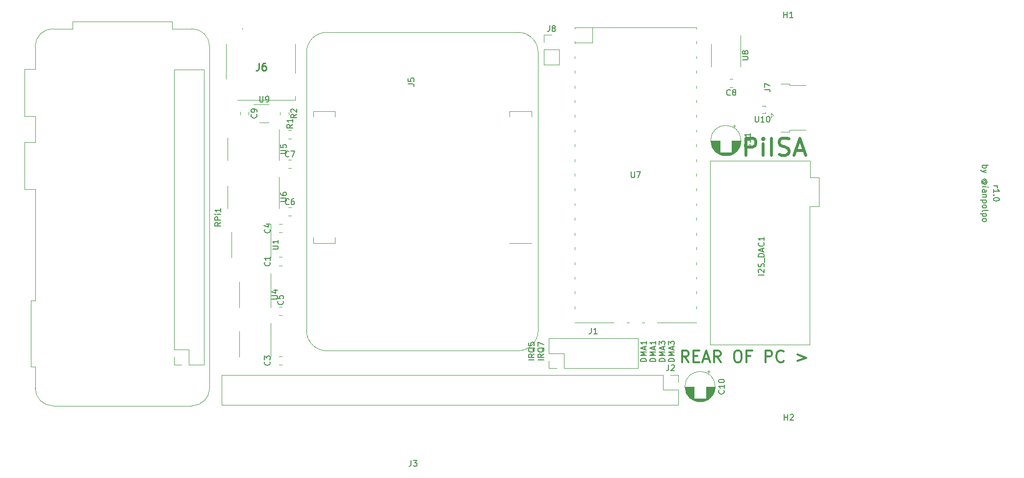
<source format=gbr>
G04 #@! TF.GenerationSoftware,KiCad,Pcbnew,(6.0.5-0)*
G04 #@! TF.CreationDate,2022-07-12T21:34:34-06:00*
G04 #@! TF.ProjectId,PiGUS,50694755-532e-46b6-9963-61645f706362,rev?*
G04 #@! TF.SameCoordinates,Original*
G04 #@! TF.FileFunction,Legend,Top*
G04 #@! TF.FilePolarity,Positive*
%FSLAX46Y46*%
G04 Gerber Fmt 4.6, Leading zero omitted, Abs format (unit mm)*
G04 Created by KiCad (PCBNEW (6.0.5-0)) date 2022-07-12 21:34:34*
%MOMM*%
%LPD*%
G01*
G04 APERTURE LIST*
%ADD10C,0.500000*%
%ADD11C,0.150000*%
%ADD12C,0.330000*%
%ADD13C,0.254000*%
%ADD14C,0.120000*%
%ADD15C,0.100000*%
G04 APERTURE END LIST*
D10*
X208271428Y-84257142D02*
X208271428Y-81257142D01*
X209414285Y-81257142D01*
X209700000Y-81400000D01*
X209842857Y-81542857D01*
X209985714Y-81828571D01*
X209985714Y-82257142D01*
X209842857Y-82542857D01*
X209700000Y-82685714D01*
X209414285Y-82828571D01*
X208271428Y-82828571D01*
X211271428Y-84257142D02*
X211271428Y-82257142D01*
X211271428Y-81257142D02*
X211128571Y-81400000D01*
X211271428Y-81542857D01*
X211414285Y-81400000D01*
X211271428Y-81257142D01*
X211271428Y-81542857D01*
X212700000Y-84257142D02*
X212700000Y-81257142D01*
X213985714Y-84114285D02*
X214414285Y-84257142D01*
X215128571Y-84257142D01*
X215414285Y-84114285D01*
X215557142Y-83971428D01*
X215700000Y-83685714D01*
X215700000Y-83400000D01*
X215557142Y-83114285D01*
X215414285Y-82971428D01*
X215128571Y-82828571D01*
X214557142Y-82685714D01*
X214271428Y-82542857D01*
X214128571Y-82400000D01*
X213985714Y-82114285D01*
X213985714Y-81828571D01*
X214128571Y-81542857D01*
X214271428Y-81400000D01*
X214557142Y-81257142D01*
X215271428Y-81257142D01*
X215700000Y-81400000D01*
X216842857Y-83400000D02*
X218271428Y-83400000D01*
X216557142Y-84257142D02*
X217557142Y-81257142D01*
X218557142Y-84257142D01*
D11*
X251007619Y-89543095D02*
X251674285Y-89543095D01*
X251483809Y-89543095D02*
X251579047Y-89590714D01*
X251626666Y-89638333D01*
X251674285Y-89733571D01*
X251674285Y-89828809D01*
X251007619Y-90685952D02*
X251007619Y-90114523D01*
X251007619Y-90400238D02*
X252007619Y-90400238D01*
X251864761Y-90305000D01*
X251769523Y-90209761D01*
X251721904Y-90114523D01*
X251102857Y-91114523D02*
X251055238Y-91162142D01*
X251007619Y-91114523D01*
X251055238Y-91066904D01*
X251102857Y-91114523D01*
X251007619Y-91114523D01*
X252007619Y-91781190D02*
X252007619Y-91876428D01*
X251960000Y-91971666D01*
X251912380Y-92019285D01*
X251817142Y-92066904D01*
X251626666Y-92114523D01*
X251388571Y-92114523D01*
X251198095Y-92066904D01*
X251102857Y-92019285D01*
X251055238Y-91971666D01*
X251007619Y-91876428D01*
X251007619Y-91781190D01*
X251055238Y-91685952D01*
X251102857Y-91638333D01*
X251198095Y-91590714D01*
X251388571Y-91543095D01*
X251626666Y-91543095D01*
X251817142Y-91590714D01*
X251912380Y-91638333D01*
X251960000Y-91685952D01*
X252007619Y-91781190D01*
X191077380Y-119843095D02*
X190077380Y-119843095D01*
X190077380Y-119605000D01*
X190125000Y-119462142D01*
X190220238Y-119366904D01*
X190315476Y-119319285D01*
X190505952Y-119271666D01*
X190648809Y-119271666D01*
X190839285Y-119319285D01*
X190934523Y-119366904D01*
X191029761Y-119462142D01*
X191077380Y-119605000D01*
X191077380Y-119843095D01*
X191077380Y-118843095D02*
X190077380Y-118843095D01*
X190791666Y-118509761D01*
X190077380Y-118176428D01*
X191077380Y-118176428D01*
X190791666Y-117747857D02*
X190791666Y-117271666D01*
X191077380Y-117843095D02*
X190077380Y-117509761D01*
X191077380Y-117176428D01*
X191077380Y-116319285D02*
X191077380Y-116890714D01*
X191077380Y-116605000D02*
X190077380Y-116605000D01*
X190220238Y-116700238D01*
X190315476Y-116795476D01*
X190363095Y-116890714D01*
X192687380Y-119843095D02*
X191687380Y-119843095D01*
X191687380Y-119605000D01*
X191735000Y-119462142D01*
X191830238Y-119366904D01*
X191925476Y-119319285D01*
X192115952Y-119271666D01*
X192258809Y-119271666D01*
X192449285Y-119319285D01*
X192544523Y-119366904D01*
X192639761Y-119462142D01*
X192687380Y-119605000D01*
X192687380Y-119843095D01*
X192687380Y-118843095D02*
X191687380Y-118843095D01*
X192401666Y-118509761D01*
X191687380Y-118176428D01*
X192687380Y-118176428D01*
X192401666Y-117747857D02*
X192401666Y-117271666D01*
X192687380Y-117843095D02*
X191687380Y-117509761D01*
X192687380Y-117176428D01*
X192687380Y-116319285D02*
X192687380Y-116890714D01*
X192687380Y-116605000D02*
X191687380Y-116605000D01*
X191830238Y-116700238D01*
X191925476Y-116795476D01*
X191973095Y-116890714D01*
X194297380Y-119843095D02*
X193297380Y-119843095D01*
X193297380Y-119605000D01*
X193345000Y-119462142D01*
X193440238Y-119366904D01*
X193535476Y-119319285D01*
X193725952Y-119271666D01*
X193868809Y-119271666D01*
X194059285Y-119319285D01*
X194154523Y-119366904D01*
X194249761Y-119462142D01*
X194297380Y-119605000D01*
X194297380Y-119843095D01*
X194297380Y-118843095D02*
X193297380Y-118843095D01*
X194011666Y-118509761D01*
X193297380Y-118176428D01*
X194297380Y-118176428D01*
X194011666Y-117747857D02*
X194011666Y-117271666D01*
X194297380Y-117843095D02*
X193297380Y-117509761D01*
X194297380Y-117176428D01*
X193297380Y-116938333D02*
X193297380Y-116319285D01*
X193678333Y-116652619D01*
X193678333Y-116509761D01*
X193725952Y-116414523D01*
X193773571Y-116366904D01*
X193868809Y-116319285D01*
X194106904Y-116319285D01*
X194202142Y-116366904D01*
X194249761Y-116414523D01*
X194297380Y-116509761D01*
X194297380Y-116795476D01*
X194249761Y-116890714D01*
X194202142Y-116938333D01*
X195907380Y-119843095D02*
X194907380Y-119843095D01*
X194907380Y-119605000D01*
X194955000Y-119462142D01*
X195050238Y-119366904D01*
X195145476Y-119319285D01*
X195335952Y-119271666D01*
X195478809Y-119271666D01*
X195669285Y-119319285D01*
X195764523Y-119366904D01*
X195859761Y-119462142D01*
X195907380Y-119605000D01*
X195907380Y-119843095D01*
X195907380Y-118843095D02*
X194907380Y-118843095D01*
X195621666Y-118509761D01*
X194907380Y-118176428D01*
X195907380Y-118176428D01*
X195621666Y-117747857D02*
X195621666Y-117271666D01*
X195907380Y-117843095D02*
X194907380Y-117509761D01*
X195907380Y-117176428D01*
X194907380Y-116938333D02*
X194907380Y-116319285D01*
X195288333Y-116652619D01*
X195288333Y-116509761D01*
X195335952Y-116414523D01*
X195383571Y-116366904D01*
X195478809Y-116319285D01*
X195716904Y-116319285D01*
X195812142Y-116366904D01*
X195859761Y-116414523D01*
X195907380Y-116509761D01*
X195907380Y-116795476D01*
X195859761Y-116890714D01*
X195812142Y-116938333D01*
X171732380Y-119605000D02*
X170732380Y-119605000D01*
X171732380Y-118557380D02*
X171256190Y-118890714D01*
X171732380Y-119128809D02*
X170732380Y-119128809D01*
X170732380Y-118747857D01*
X170780000Y-118652619D01*
X170827619Y-118605000D01*
X170922857Y-118557380D01*
X171065714Y-118557380D01*
X171160952Y-118605000D01*
X171208571Y-118652619D01*
X171256190Y-118747857D01*
X171256190Y-119128809D01*
X171827619Y-117462142D02*
X171780000Y-117557380D01*
X171684761Y-117652619D01*
X171541904Y-117795476D01*
X171494285Y-117890714D01*
X171494285Y-117985952D01*
X171732380Y-117938333D02*
X171684761Y-118033571D01*
X171589523Y-118128809D01*
X171399047Y-118176428D01*
X171065714Y-118176428D01*
X170875238Y-118128809D01*
X170780000Y-118033571D01*
X170732380Y-117938333D01*
X170732380Y-117747857D01*
X170780000Y-117652619D01*
X170875238Y-117557380D01*
X171065714Y-117509761D01*
X171399047Y-117509761D01*
X171589523Y-117557380D01*
X171684761Y-117652619D01*
X171732380Y-117747857D01*
X171732380Y-117938333D01*
X170732380Y-116605000D02*
X170732380Y-117081190D01*
X171208571Y-117128809D01*
X171160952Y-117081190D01*
X171113333Y-116985952D01*
X171113333Y-116747857D01*
X171160952Y-116652619D01*
X171208571Y-116605000D01*
X171303809Y-116557380D01*
X171541904Y-116557380D01*
X171637142Y-116605000D01*
X171684761Y-116652619D01*
X171732380Y-116747857D01*
X171732380Y-116985952D01*
X171684761Y-117081190D01*
X171637142Y-117128809D01*
X173342380Y-119605000D02*
X172342380Y-119605000D01*
X173342380Y-118557380D02*
X172866190Y-118890714D01*
X173342380Y-119128809D02*
X172342380Y-119128809D01*
X172342380Y-118747857D01*
X172390000Y-118652619D01*
X172437619Y-118605000D01*
X172532857Y-118557380D01*
X172675714Y-118557380D01*
X172770952Y-118605000D01*
X172818571Y-118652619D01*
X172866190Y-118747857D01*
X172866190Y-119128809D01*
X173437619Y-117462142D02*
X173390000Y-117557380D01*
X173294761Y-117652619D01*
X173151904Y-117795476D01*
X173104285Y-117890714D01*
X173104285Y-117985952D01*
X173342380Y-117938333D02*
X173294761Y-118033571D01*
X173199523Y-118128809D01*
X173009047Y-118176428D01*
X172675714Y-118176428D01*
X172485238Y-118128809D01*
X172390000Y-118033571D01*
X172342380Y-117938333D01*
X172342380Y-117747857D01*
X172390000Y-117652619D01*
X172485238Y-117557380D01*
X172675714Y-117509761D01*
X173009047Y-117509761D01*
X173199523Y-117557380D01*
X173294761Y-117652619D01*
X173342380Y-117747857D01*
X173342380Y-117938333D01*
X172342380Y-117176428D02*
X172342380Y-116509761D01*
X173342380Y-116938333D01*
D12*
X198391071Y-119967261D02*
X197724404Y-119014880D01*
X197248214Y-119967261D02*
X197248214Y-117967261D01*
X198010119Y-117967261D01*
X198200595Y-118062500D01*
X198295833Y-118157738D01*
X198391071Y-118348214D01*
X198391071Y-118633928D01*
X198295833Y-118824404D01*
X198200595Y-118919642D01*
X198010119Y-119014880D01*
X197248214Y-119014880D01*
X199248214Y-118919642D02*
X199914880Y-118919642D01*
X200200595Y-119967261D02*
X199248214Y-119967261D01*
X199248214Y-117967261D01*
X200200595Y-117967261D01*
X200962500Y-119395833D02*
X201914880Y-119395833D01*
X200772023Y-119967261D02*
X201438690Y-117967261D01*
X202105357Y-119967261D01*
X203914880Y-119967261D02*
X203248214Y-119014880D01*
X202772023Y-119967261D02*
X202772023Y-117967261D01*
X203533928Y-117967261D01*
X203724404Y-118062500D01*
X203819642Y-118157738D01*
X203914880Y-118348214D01*
X203914880Y-118633928D01*
X203819642Y-118824404D01*
X203724404Y-118919642D01*
X203533928Y-119014880D01*
X202772023Y-119014880D01*
X206676785Y-117967261D02*
X207057738Y-117967261D01*
X207248214Y-118062500D01*
X207438690Y-118252976D01*
X207533928Y-118633928D01*
X207533928Y-119300595D01*
X207438690Y-119681547D01*
X207248214Y-119872023D01*
X207057738Y-119967261D01*
X206676785Y-119967261D01*
X206486309Y-119872023D01*
X206295833Y-119681547D01*
X206200595Y-119300595D01*
X206200595Y-118633928D01*
X206295833Y-118252976D01*
X206486309Y-118062500D01*
X206676785Y-117967261D01*
X209057738Y-118919642D02*
X208391071Y-118919642D01*
X208391071Y-119967261D02*
X208391071Y-117967261D01*
X209343452Y-117967261D01*
X211629166Y-119967261D02*
X211629166Y-117967261D01*
X212391071Y-117967261D01*
X212581547Y-118062500D01*
X212676785Y-118157738D01*
X212772023Y-118348214D01*
X212772023Y-118633928D01*
X212676785Y-118824404D01*
X212581547Y-118919642D01*
X212391071Y-119014880D01*
X211629166Y-119014880D01*
X214772023Y-119776785D02*
X214676785Y-119872023D01*
X214391071Y-119967261D01*
X214200595Y-119967261D01*
X213914880Y-119872023D01*
X213724404Y-119681547D01*
X213629166Y-119491071D01*
X213533928Y-119110119D01*
X213533928Y-118824404D01*
X213629166Y-118443452D01*
X213724404Y-118252976D01*
X213914880Y-118062500D01*
X214200595Y-117967261D01*
X214391071Y-117967261D01*
X214676785Y-118062500D01*
X214772023Y-118157738D01*
X217152976Y-118633928D02*
X218676785Y-119205357D01*
X217152976Y-119776785D01*
D11*
X249102619Y-85971666D02*
X250102619Y-85971666D01*
X249721666Y-85971666D02*
X249769285Y-86066904D01*
X249769285Y-86257380D01*
X249721666Y-86352619D01*
X249674047Y-86400238D01*
X249578809Y-86447857D01*
X249293095Y-86447857D01*
X249197857Y-86400238D01*
X249150238Y-86352619D01*
X249102619Y-86257380D01*
X249102619Y-86066904D01*
X249150238Y-85971666D01*
X249769285Y-86781190D02*
X249102619Y-87019285D01*
X249769285Y-87257380D02*
X249102619Y-87019285D01*
X248864523Y-86924047D01*
X248816904Y-86876428D01*
X248769285Y-86781190D01*
X249578809Y-89019285D02*
X249626428Y-88971666D01*
X249674047Y-88876428D01*
X249674047Y-88781190D01*
X249626428Y-88685952D01*
X249578809Y-88638333D01*
X249483571Y-88590714D01*
X249388333Y-88590714D01*
X249293095Y-88638333D01*
X249245476Y-88685952D01*
X249197857Y-88781190D01*
X249197857Y-88876428D01*
X249245476Y-88971666D01*
X249293095Y-89019285D01*
X249674047Y-89019285D02*
X249293095Y-89019285D01*
X249245476Y-89066904D01*
X249245476Y-89114523D01*
X249293095Y-89209761D01*
X249388333Y-89257380D01*
X249626428Y-89257380D01*
X249769285Y-89162142D01*
X249864523Y-89019285D01*
X249912142Y-88828809D01*
X249864523Y-88638333D01*
X249769285Y-88495476D01*
X249626428Y-88400238D01*
X249435952Y-88352619D01*
X249245476Y-88400238D01*
X249102619Y-88495476D01*
X249007380Y-88638333D01*
X248959761Y-88828809D01*
X249007380Y-89019285D01*
X249102619Y-89162142D01*
X249102619Y-89685952D02*
X249769285Y-89685952D01*
X250102619Y-89685952D02*
X250055000Y-89638333D01*
X250007380Y-89685952D01*
X250055000Y-89733571D01*
X250102619Y-89685952D01*
X250007380Y-89685952D01*
X249102619Y-90590714D02*
X249626428Y-90590714D01*
X249721666Y-90543095D01*
X249769285Y-90447857D01*
X249769285Y-90257380D01*
X249721666Y-90162142D01*
X249150238Y-90590714D02*
X249102619Y-90495476D01*
X249102619Y-90257380D01*
X249150238Y-90162142D01*
X249245476Y-90114523D01*
X249340714Y-90114523D01*
X249435952Y-90162142D01*
X249483571Y-90257380D01*
X249483571Y-90495476D01*
X249531190Y-90590714D01*
X249769285Y-91066904D02*
X249102619Y-91066904D01*
X249674047Y-91066904D02*
X249721666Y-91114523D01*
X249769285Y-91209761D01*
X249769285Y-91352619D01*
X249721666Y-91447857D01*
X249626428Y-91495476D01*
X249102619Y-91495476D01*
X249769285Y-91971666D02*
X248769285Y-91971666D01*
X249721666Y-91971666D02*
X249769285Y-92066904D01*
X249769285Y-92257380D01*
X249721666Y-92352619D01*
X249674047Y-92400238D01*
X249578809Y-92447857D01*
X249293095Y-92447857D01*
X249197857Y-92400238D01*
X249150238Y-92352619D01*
X249102619Y-92257380D01*
X249102619Y-92066904D01*
X249150238Y-91971666D01*
X249102619Y-93019285D02*
X249150238Y-92924047D01*
X249197857Y-92876428D01*
X249293095Y-92828809D01*
X249578809Y-92828809D01*
X249674047Y-92876428D01*
X249721666Y-92924047D01*
X249769285Y-93019285D01*
X249769285Y-93162142D01*
X249721666Y-93257380D01*
X249674047Y-93305000D01*
X249578809Y-93352619D01*
X249293095Y-93352619D01*
X249197857Y-93305000D01*
X249150238Y-93257380D01*
X249102619Y-93162142D01*
X249102619Y-93019285D01*
X249102619Y-93924047D02*
X249150238Y-93828809D01*
X249245476Y-93781190D01*
X250102619Y-93781190D01*
X249769285Y-94305000D02*
X248769285Y-94305000D01*
X249721666Y-94305000D02*
X249769285Y-94400238D01*
X249769285Y-94590714D01*
X249721666Y-94685952D01*
X249674047Y-94733571D01*
X249578809Y-94781190D01*
X249293095Y-94781190D01*
X249197857Y-94733571D01*
X249150238Y-94685952D01*
X249102619Y-94590714D01*
X249102619Y-94400238D01*
X249150238Y-94305000D01*
X249102619Y-95352619D02*
X249150238Y-95257380D01*
X249197857Y-95209761D01*
X249293095Y-95162142D01*
X249578809Y-95162142D01*
X249674047Y-95209761D01*
X249721666Y-95257380D01*
X249769285Y-95352619D01*
X249769285Y-95495476D01*
X249721666Y-95590714D01*
X249674047Y-95638333D01*
X249578809Y-95685952D01*
X249293095Y-95685952D01*
X249197857Y-95638333D01*
X249150238Y-95590714D01*
X249102619Y-95495476D01*
X249102619Y-95352619D01*
X117571172Y-95845232D02*
X117094982Y-96178566D01*
X117571172Y-96416661D02*
X116571172Y-96416661D01*
X116571172Y-96035709D01*
X116618792Y-95940471D01*
X116666411Y-95892851D01*
X116761649Y-95845232D01*
X116904506Y-95845232D01*
X116999744Y-95892851D01*
X117047363Y-95940471D01*
X117094982Y-96035709D01*
X117094982Y-96416661D01*
X117571172Y-95416661D02*
X116571172Y-95416661D01*
X116571172Y-95035709D01*
X116618792Y-94940471D01*
X116666411Y-94892851D01*
X116761649Y-94845232D01*
X116904506Y-94845232D01*
X116999744Y-94892851D01*
X117047363Y-94940471D01*
X117094982Y-95035709D01*
X117094982Y-95416661D01*
X117571172Y-94416661D02*
X116904506Y-94416661D01*
X116571172Y-94416661D02*
X116618792Y-94464280D01*
X116666411Y-94416661D01*
X116618792Y-94369042D01*
X116571172Y-94416661D01*
X116666411Y-94416661D01*
X117571172Y-93416661D02*
X117571172Y-93988090D01*
X117571172Y-93702375D02*
X116571172Y-93702375D01*
X116714030Y-93797613D01*
X116809268Y-93892851D01*
X116856887Y-93988090D01*
D13*
X124176666Y-68304523D02*
X124176666Y-69211666D01*
X124116190Y-69393095D01*
X123995238Y-69514047D01*
X123813809Y-69574523D01*
X123692857Y-69574523D01*
X125325714Y-68304523D02*
X125083809Y-68304523D01*
X124962857Y-68365000D01*
X124902380Y-68425476D01*
X124781428Y-68606904D01*
X124720952Y-68848809D01*
X124720952Y-69332619D01*
X124781428Y-69453571D01*
X124841904Y-69514047D01*
X124962857Y-69574523D01*
X125204761Y-69574523D01*
X125325714Y-69514047D01*
X125386190Y-69453571D01*
X125446666Y-69332619D01*
X125446666Y-69030238D01*
X125386190Y-68909285D01*
X125325714Y-68848809D01*
X125204761Y-68788333D01*
X124962857Y-68788333D01*
X124841904Y-68848809D01*
X124781428Y-68909285D01*
X124720952Y-69030238D01*
D11*
X150479166Y-136929880D02*
X150479166Y-137644166D01*
X150431547Y-137787023D01*
X150336309Y-137882261D01*
X150193452Y-137929880D01*
X150098214Y-137929880D01*
X150860119Y-136929880D02*
X151479166Y-136929880D01*
X151145833Y-137310833D01*
X151288690Y-137310833D01*
X151383928Y-137358452D01*
X151431547Y-137406071D01*
X151479166Y-137501309D01*
X151479166Y-137739404D01*
X151431547Y-137834642D01*
X151383928Y-137882261D01*
X151288690Y-137929880D01*
X151002976Y-137929880D01*
X150907738Y-137882261D01*
X150860119Y-137834642D01*
X124333095Y-74052380D02*
X124333095Y-74861904D01*
X124380714Y-74957142D01*
X124428333Y-75004761D01*
X124523571Y-75052380D01*
X124714047Y-75052380D01*
X124809285Y-75004761D01*
X124856904Y-74957142D01*
X124904523Y-74861904D01*
X124904523Y-74052380D01*
X125428333Y-75052380D02*
X125618809Y-75052380D01*
X125714047Y-75004761D01*
X125761666Y-74957142D01*
X125856904Y-74814285D01*
X125904523Y-74623809D01*
X125904523Y-74242857D01*
X125856904Y-74147619D01*
X125809285Y-74100000D01*
X125714047Y-74052380D01*
X125523571Y-74052380D01*
X125428333Y-74100000D01*
X125380714Y-74147619D01*
X125333095Y-74242857D01*
X125333095Y-74480952D01*
X125380714Y-74576190D01*
X125428333Y-74623809D01*
X125523571Y-74671428D01*
X125714047Y-74671428D01*
X125809285Y-74623809D01*
X125856904Y-74576190D01*
X125904523Y-74480952D01*
X209863601Y-77493845D02*
X209863601Y-78303369D01*
X209911220Y-78398607D01*
X209958839Y-78446226D01*
X210054077Y-78493845D01*
X210244554Y-78493845D01*
X210339792Y-78446226D01*
X210387411Y-78398607D01*
X210435030Y-78303369D01*
X210435030Y-77493845D01*
X211435030Y-78493845D02*
X210863601Y-78493845D01*
X211149316Y-78493845D02*
X211149316Y-77493845D01*
X211054077Y-77636703D01*
X210958839Y-77731941D01*
X210863601Y-77779560D01*
X212054077Y-77493845D02*
X212149316Y-77493845D01*
X212244554Y-77541465D01*
X212292173Y-77589084D01*
X212339792Y-77684322D01*
X212387411Y-77874798D01*
X212387411Y-78112893D01*
X212339792Y-78303369D01*
X212292173Y-78398607D01*
X212244554Y-78446226D01*
X212149316Y-78493845D01*
X212054077Y-78493845D01*
X211958839Y-78446226D01*
X211911220Y-78398607D01*
X211863601Y-78303369D01*
X211815982Y-78112893D01*
X211815982Y-77874798D01*
X211863601Y-77684322D01*
X211911220Y-77589084D01*
X211958839Y-77541465D01*
X212054077Y-77493845D01*
X204449642Y-124832857D02*
X204497261Y-124880476D01*
X204544880Y-125023333D01*
X204544880Y-125118571D01*
X204497261Y-125261428D01*
X204402023Y-125356666D01*
X204306785Y-125404285D01*
X204116309Y-125451904D01*
X203973452Y-125451904D01*
X203782976Y-125404285D01*
X203687738Y-125356666D01*
X203592500Y-125261428D01*
X203544880Y-125118571D01*
X203544880Y-125023333D01*
X203592500Y-124880476D01*
X203640119Y-124832857D01*
X204544880Y-123880476D02*
X204544880Y-124451904D01*
X204544880Y-124166190D02*
X203544880Y-124166190D01*
X203687738Y-124261428D01*
X203782976Y-124356666D01*
X203830595Y-124451904D01*
X203544880Y-123261428D02*
X203544880Y-123166190D01*
X203592500Y-123070952D01*
X203640119Y-123023333D01*
X203735357Y-122975714D01*
X203925833Y-122928095D01*
X204163928Y-122928095D01*
X204354404Y-122975714D01*
X204449642Y-123023333D01*
X204497261Y-123070952D01*
X204544880Y-123166190D01*
X204544880Y-123261428D01*
X204497261Y-123356666D01*
X204449642Y-123404285D01*
X204354404Y-123451904D01*
X204163928Y-123499523D01*
X203925833Y-123499523D01*
X203735357Y-123451904D01*
X203640119Y-123404285D01*
X203592500Y-123356666D01*
X203544880Y-123261428D01*
X129992380Y-78906666D02*
X129516190Y-79240000D01*
X129992380Y-79478095D02*
X128992380Y-79478095D01*
X128992380Y-79097142D01*
X129040000Y-79001904D01*
X129087619Y-78954285D01*
X129182857Y-78906666D01*
X129325714Y-78906666D01*
X129420952Y-78954285D01*
X129468571Y-79001904D01*
X129516190Y-79097142D01*
X129516190Y-79478095D01*
X129992380Y-77954285D02*
X129992380Y-78525714D01*
X129992380Y-78240000D02*
X128992380Y-78240000D01*
X129135238Y-78335238D01*
X129230476Y-78430476D01*
X129278095Y-78525714D01*
X205570833Y-73792142D02*
X205523214Y-73839761D01*
X205380357Y-73887380D01*
X205285119Y-73887380D01*
X205142261Y-73839761D01*
X205047023Y-73744523D01*
X204999404Y-73649285D01*
X204951785Y-73458809D01*
X204951785Y-73315952D01*
X204999404Y-73125476D01*
X205047023Y-73030238D01*
X205142261Y-72935000D01*
X205285119Y-72887380D01*
X205380357Y-72887380D01*
X205523214Y-72935000D01*
X205570833Y-72982619D01*
X206142261Y-73315952D02*
X206047023Y-73268333D01*
X205999404Y-73220714D01*
X205951785Y-73125476D01*
X205951785Y-73077857D01*
X205999404Y-72982619D01*
X206047023Y-72935000D01*
X206142261Y-72887380D01*
X206332738Y-72887380D01*
X206427976Y-72935000D01*
X206475595Y-72982619D01*
X206523214Y-73077857D01*
X206523214Y-73125476D01*
X206475595Y-73220714D01*
X206427976Y-73268333D01*
X206332738Y-73315952D01*
X206142261Y-73315952D01*
X206047023Y-73363571D01*
X205999404Y-73411190D01*
X205951785Y-73506428D01*
X205951785Y-73696904D01*
X205999404Y-73792142D01*
X206047023Y-73839761D01*
X206142261Y-73887380D01*
X206332738Y-73887380D01*
X206427976Y-73839761D01*
X206475595Y-73792142D01*
X206523214Y-73696904D01*
X206523214Y-73506428D01*
X206475595Y-73411190D01*
X206427976Y-73363571D01*
X206332738Y-73315952D01*
X130687380Y-77166666D02*
X130211190Y-77500000D01*
X130687380Y-77738095D02*
X129687380Y-77738095D01*
X129687380Y-77357142D01*
X129735000Y-77261904D01*
X129782619Y-77214285D01*
X129877857Y-77166666D01*
X130020714Y-77166666D01*
X130115952Y-77214285D01*
X130163571Y-77261904D01*
X130211190Y-77357142D01*
X130211190Y-77738095D01*
X129782619Y-76785714D02*
X129735000Y-76738095D01*
X129687380Y-76642857D01*
X129687380Y-76404761D01*
X129735000Y-76309523D01*
X129782619Y-76261904D01*
X129877857Y-76214285D01*
X129973095Y-76214285D01*
X130115952Y-76261904D01*
X130687380Y-76833333D01*
X130687380Y-76214285D01*
X126032142Y-102719166D02*
X126079761Y-102766785D01*
X126127380Y-102909642D01*
X126127380Y-103004880D01*
X126079761Y-103147738D01*
X125984523Y-103242976D01*
X125889285Y-103290595D01*
X125698809Y-103338214D01*
X125555952Y-103338214D01*
X125365476Y-103290595D01*
X125270238Y-103242976D01*
X125175000Y-103147738D01*
X125127380Y-103004880D01*
X125127380Y-102909642D01*
X125175000Y-102766785D01*
X125222619Y-102719166D01*
X126127380Y-101766785D02*
X126127380Y-102338214D01*
X126127380Y-102052500D02*
X125127380Y-102052500D01*
X125270238Y-102147738D01*
X125365476Y-102242976D01*
X125413095Y-102338214D01*
X127922380Y-92201904D02*
X128731904Y-92201904D01*
X128827142Y-92154285D01*
X128874761Y-92106666D01*
X128922380Y-92011428D01*
X128922380Y-91820952D01*
X128874761Y-91725714D01*
X128827142Y-91678095D01*
X128731904Y-91630476D01*
X127922380Y-91630476D01*
X127922380Y-90725714D02*
X127922380Y-90916190D01*
X127970000Y-91011428D01*
X128017619Y-91059047D01*
X128160476Y-91154285D01*
X128350952Y-91201904D01*
X128731904Y-91201904D01*
X128827142Y-91154285D01*
X128874761Y-91106666D01*
X128922380Y-91011428D01*
X128922380Y-90820952D01*
X128874761Y-90725714D01*
X128827142Y-90678095D01*
X128731904Y-90630476D01*
X128493809Y-90630476D01*
X128398571Y-90678095D01*
X128350952Y-90725714D01*
X128303333Y-90820952D01*
X128303333Y-91011428D01*
X128350952Y-91106666D01*
X128398571Y-91154285D01*
X128493809Y-91201904D01*
X174366666Y-61847380D02*
X174366666Y-62561666D01*
X174319047Y-62704523D01*
X174223809Y-62799761D01*
X174080952Y-62847380D01*
X173985714Y-62847380D01*
X174985714Y-62275952D02*
X174890476Y-62228333D01*
X174842857Y-62180714D01*
X174795238Y-62085476D01*
X174795238Y-62037857D01*
X174842857Y-61942619D01*
X174890476Y-61895000D01*
X174985714Y-61847380D01*
X175176190Y-61847380D01*
X175271428Y-61895000D01*
X175319047Y-61942619D01*
X175366666Y-62037857D01*
X175366666Y-62085476D01*
X175319047Y-62180714D01*
X175271428Y-62228333D01*
X175176190Y-62275952D01*
X174985714Y-62275952D01*
X174890476Y-62323571D01*
X174842857Y-62371190D01*
X174795238Y-62466428D01*
X174795238Y-62656904D01*
X174842857Y-62752142D01*
X174890476Y-62799761D01*
X174985714Y-62847380D01*
X175176190Y-62847380D01*
X175271428Y-62799761D01*
X175319047Y-62752142D01*
X175366666Y-62656904D01*
X175366666Y-62466428D01*
X175319047Y-62371190D01*
X175271428Y-62323571D01*
X175176190Y-62275952D01*
X126032142Y-97004166D02*
X126079761Y-97051785D01*
X126127380Y-97194642D01*
X126127380Y-97289880D01*
X126079761Y-97432738D01*
X125984523Y-97527976D01*
X125889285Y-97575595D01*
X125698809Y-97623214D01*
X125555952Y-97623214D01*
X125365476Y-97575595D01*
X125270238Y-97527976D01*
X125175000Y-97432738D01*
X125127380Y-97289880D01*
X125127380Y-97194642D01*
X125175000Y-97051785D01*
X125222619Y-97004166D01*
X125460714Y-96147023D02*
X126127380Y-96147023D01*
X125079761Y-96385119D02*
X125794047Y-96623214D01*
X125794047Y-96004166D01*
X208907142Y-82342857D02*
X208954761Y-82390476D01*
X209002380Y-82533333D01*
X209002380Y-82628571D01*
X208954761Y-82771428D01*
X208859523Y-82866666D01*
X208764285Y-82914285D01*
X208573809Y-82961904D01*
X208430952Y-82961904D01*
X208240476Y-82914285D01*
X208145238Y-82866666D01*
X208050000Y-82771428D01*
X208002380Y-82628571D01*
X208002380Y-82533333D01*
X208050000Y-82390476D01*
X208097619Y-82342857D01*
X209002380Y-81390476D02*
X209002380Y-81961904D01*
X209002380Y-81676190D02*
X208002380Y-81676190D01*
X208145238Y-81771428D01*
X208240476Y-81866666D01*
X208288095Y-81961904D01*
X209002380Y-80438095D02*
X209002380Y-81009523D01*
X209002380Y-80723809D02*
X208002380Y-80723809D01*
X208145238Y-80819047D01*
X208240476Y-80914285D01*
X208288095Y-81009523D01*
X211454077Y-72874798D02*
X212168363Y-72874798D01*
X212311220Y-72922417D01*
X212406458Y-73017655D01*
X212454077Y-73160512D01*
X212454077Y-73255750D01*
X211454077Y-72493845D02*
X211454077Y-71827179D01*
X212454077Y-72255750D01*
X128309642Y-109386666D02*
X128357261Y-109434285D01*
X128404880Y-109577142D01*
X128404880Y-109672380D01*
X128357261Y-109815238D01*
X128262023Y-109910476D01*
X128166785Y-109958095D01*
X127976309Y-110005714D01*
X127833452Y-110005714D01*
X127642976Y-109958095D01*
X127547738Y-109910476D01*
X127452500Y-109815238D01*
X127404880Y-109672380D01*
X127404880Y-109577142D01*
X127452500Y-109434285D01*
X127500119Y-109386666D01*
X127404880Y-108481904D02*
X127404880Y-108958095D01*
X127881071Y-109005714D01*
X127833452Y-108958095D01*
X127785833Y-108862857D01*
X127785833Y-108624761D01*
X127833452Y-108529523D01*
X127881071Y-108481904D01*
X127976309Y-108434285D01*
X128214404Y-108434285D01*
X128309642Y-108481904D01*
X128357261Y-108529523D01*
X128404880Y-108624761D01*
X128404880Y-108862857D01*
X128357261Y-108958095D01*
X128309642Y-109005714D01*
X126524880Y-100456904D02*
X127334404Y-100456904D01*
X127429642Y-100409285D01*
X127477261Y-100361666D01*
X127524880Y-100266428D01*
X127524880Y-100075952D01*
X127477261Y-99980714D01*
X127429642Y-99933095D01*
X127334404Y-99885476D01*
X126524880Y-99885476D01*
X127524880Y-98885476D02*
X127524880Y-99456904D01*
X127524880Y-99171190D02*
X126524880Y-99171190D01*
X126667738Y-99266428D01*
X126762976Y-99361666D01*
X126810595Y-99456904D01*
X126409880Y-109029404D02*
X127219404Y-109029404D01*
X127314642Y-108981785D01*
X127362261Y-108934166D01*
X127409880Y-108838928D01*
X127409880Y-108648452D01*
X127362261Y-108553214D01*
X127314642Y-108505595D01*
X127219404Y-108457976D01*
X126409880Y-108457976D01*
X126743214Y-107553214D02*
X127409880Y-107553214D01*
X126362261Y-107791309D02*
X127076547Y-108029404D01*
X127076547Y-107410357D01*
X188468095Y-87082380D02*
X188468095Y-87891904D01*
X188515714Y-87987142D01*
X188563333Y-88034761D01*
X188658571Y-88082380D01*
X188849047Y-88082380D01*
X188944285Y-88034761D01*
X188991904Y-87987142D01*
X189039523Y-87891904D01*
X189039523Y-87082380D01*
X189420476Y-87082380D02*
X190087142Y-87082380D01*
X189658571Y-88082380D01*
X207639880Y-67754404D02*
X208449404Y-67754404D01*
X208544642Y-67706785D01*
X208592261Y-67659166D01*
X208639880Y-67563928D01*
X208639880Y-67373452D01*
X208592261Y-67278214D01*
X208544642Y-67230595D01*
X208449404Y-67182976D01*
X207639880Y-67182976D01*
X208068452Y-66563928D02*
X208020833Y-66659166D01*
X207973214Y-66706785D01*
X207877976Y-66754404D01*
X207830357Y-66754404D01*
X207735119Y-66706785D01*
X207687500Y-66659166D01*
X207639880Y-66563928D01*
X207639880Y-66373452D01*
X207687500Y-66278214D01*
X207735119Y-66230595D01*
X207830357Y-66182976D01*
X207877976Y-66182976D01*
X207973214Y-66230595D01*
X208020833Y-66278214D01*
X208068452Y-66373452D01*
X208068452Y-66563928D01*
X208116071Y-66659166D01*
X208163690Y-66706785D01*
X208258928Y-66754404D01*
X208449404Y-66754404D01*
X208544642Y-66706785D01*
X208592261Y-66659166D01*
X208639880Y-66563928D01*
X208639880Y-66373452D01*
X208592261Y-66278214D01*
X208544642Y-66230595D01*
X208449404Y-66182976D01*
X208258928Y-66182976D01*
X208163690Y-66230595D01*
X208116071Y-66278214D01*
X208068452Y-66373452D01*
X214896795Y-129992380D02*
X214896795Y-128992380D01*
X214896795Y-129468571D02*
X215468223Y-129468571D01*
X215468223Y-129992380D02*
X215468223Y-128992380D01*
X215896795Y-129087619D02*
X215944414Y-129040000D01*
X216039652Y-128992380D01*
X216277747Y-128992380D01*
X216372985Y-129040000D01*
X216420604Y-129087619D01*
X216468223Y-129182857D01*
X216468223Y-129278095D01*
X216420604Y-129420952D01*
X215849176Y-129992380D01*
X216468223Y-129992380D01*
X129375833Y-84402142D02*
X129328214Y-84449761D01*
X129185357Y-84497380D01*
X129090119Y-84497380D01*
X128947261Y-84449761D01*
X128852023Y-84354523D01*
X128804404Y-84259285D01*
X128756785Y-84068809D01*
X128756785Y-83925952D01*
X128804404Y-83735476D01*
X128852023Y-83640238D01*
X128947261Y-83545000D01*
X129090119Y-83497380D01*
X129185357Y-83497380D01*
X129328214Y-83545000D01*
X129375833Y-83592619D01*
X129709166Y-83497380D02*
X130375833Y-83497380D01*
X129947261Y-84497380D01*
X129375833Y-92657142D02*
X129328214Y-92704761D01*
X129185357Y-92752380D01*
X129090119Y-92752380D01*
X128947261Y-92704761D01*
X128852023Y-92609523D01*
X128804404Y-92514285D01*
X128756785Y-92323809D01*
X128756785Y-92180952D01*
X128804404Y-91990476D01*
X128852023Y-91895238D01*
X128947261Y-91800000D01*
X129090119Y-91752380D01*
X129185357Y-91752380D01*
X129328214Y-91800000D01*
X129375833Y-91847619D01*
X130232976Y-91752380D02*
X130042500Y-91752380D01*
X129947261Y-91800000D01*
X129899642Y-91847619D01*
X129804404Y-91990476D01*
X129756785Y-92180952D01*
X129756785Y-92561904D01*
X129804404Y-92657142D01*
X129852023Y-92704761D01*
X129947261Y-92752380D01*
X130137738Y-92752380D01*
X130232976Y-92704761D01*
X130280595Y-92657142D01*
X130328214Y-92561904D01*
X130328214Y-92323809D01*
X130280595Y-92228571D01*
X130232976Y-92180952D01*
X130137738Y-92133333D01*
X129947261Y-92133333D01*
X129852023Y-92180952D01*
X129804404Y-92228571D01*
X129756785Y-92323809D01*
X149972380Y-71913333D02*
X150686666Y-71913333D01*
X150829523Y-71960952D01*
X150924761Y-72056190D01*
X150972380Y-72199047D01*
X150972380Y-72294285D01*
X149972380Y-70960952D02*
X149972380Y-71437142D01*
X150448571Y-71484761D01*
X150400952Y-71437142D01*
X150353333Y-71341904D01*
X150353333Y-71103809D01*
X150400952Y-71008571D01*
X150448571Y-70960952D01*
X150543809Y-70913333D01*
X150781904Y-70913333D01*
X150877142Y-70960952D01*
X150924761Y-71008571D01*
X150972380Y-71103809D01*
X150972380Y-71341904D01*
X150924761Y-71437142D01*
X150877142Y-71484761D01*
X211407380Y-104901595D02*
X210407380Y-104901595D01*
X210502619Y-104473023D02*
X210455000Y-104425404D01*
X210407380Y-104330166D01*
X210407380Y-104092071D01*
X210455000Y-103996833D01*
X210502619Y-103949214D01*
X210597857Y-103901595D01*
X210693095Y-103901595D01*
X210835952Y-103949214D01*
X211407380Y-104520642D01*
X211407380Y-103901595D01*
X211359761Y-103520642D02*
X211407380Y-103377785D01*
X211407380Y-103139690D01*
X211359761Y-103044452D01*
X211312142Y-102996833D01*
X211216904Y-102949214D01*
X211121666Y-102949214D01*
X211026428Y-102996833D01*
X210978809Y-103044452D01*
X210931190Y-103139690D01*
X210883571Y-103330166D01*
X210835952Y-103425404D01*
X210788333Y-103473023D01*
X210693095Y-103520642D01*
X210597857Y-103520642D01*
X210502619Y-103473023D01*
X210455000Y-103425404D01*
X210407380Y-103330166D01*
X210407380Y-103092071D01*
X210455000Y-102949214D01*
X211502619Y-102758738D02*
X211502619Y-101996833D01*
X211407380Y-101758738D02*
X210407380Y-101758738D01*
X210407380Y-101520642D01*
X210455000Y-101377785D01*
X210550238Y-101282547D01*
X210645476Y-101234928D01*
X210835952Y-101187309D01*
X210978809Y-101187309D01*
X211169285Y-101234928D01*
X211264523Y-101282547D01*
X211359761Y-101377785D01*
X211407380Y-101520642D01*
X211407380Y-101758738D01*
X211121666Y-100806357D02*
X211121666Y-100330166D01*
X211407380Y-100901595D02*
X210407380Y-100568261D01*
X211407380Y-100234928D01*
X211312142Y-99330166D02*
X211359761Y-99377785D01*
X211407380Y-99520642D01*
X211407380Y-99615880D01*
X211359761Y-99758738D01*
X211264523Y-99853976D01*
X211169285Y-99901595D01*
X210978809Y-99949214D01*
X210835952Y-99949214D01*
X210645476Y-99901595D01*
X210550238Y-99853976D01*
X210455000Y-99758738D01*
X210407380Y-99615880D01*
X210407380Y-99520642D01*
X210455000Y-99377785D01*
X210502619Y-99330166D01*
X211407380Y-98377785D02*
X211407380Y-98949214D01*
X211407380Y-98663500D02*
X210407380Y-98663500D01*
X210550238Y-98758738D01*
X210645476Y-98853976D01*
X210693095Y-98949214D01*
X181594166Y-114064880D02*
X181594166Y-114779166D01*
X181546547Y-114922023D01*
X181451309Y-115017261D01*
X181308452Y-115064880D01*
X181213214Y-115064880D01*
X182594166Y-115064880D02*
X182022738Y-115064880D01*
X182308452Y-115064880D02*
X182308452Y-114064880D01*
X182213214Y-114207738D01*
X182117976Y-114302976D01*
X182022738Y-114350595D01*
X127922380Y-83946904D02*
X128731904Y-83946904D01*
X128827142Y-83899285D01*
X128874761Y-83851666D01*
X128922380Y-83756428D01*
X128922380Y-83565952D01*
X128874761Y-83470714D01*
X128827142Y-83423095D01*
X128731904Y-83375476D01*
X127922380Y-83375476D01*
X127922380Y-82423095D02*
X127922380Y-82899285D01*
X128398571Y-82946904D01*
X128350952Y-82899285D01*
X128303333Y-82804047D01*
X128303333Y-82565952D01*
X128350952Y-82470714D01*
X128398571Y-82423095D01*
X128493809Y-82375476D01*
X128731904Y-82375476D01*
X128827142Y-82423095D01*
X128874761Y-82470714D01*
X128922380Y-82565952D01*
X128922380Y-82804047D01*
X128874761Y-82899285D01*
X128827142Y-82946904D01*
X194929166Y-120419880D02*
X194929166Y-121134166D01*
X194881547Y-121277023D01*
X194786309Y-121372261D01*
X194643452Y-121419880D01*
X194548214Y-121419880D01*
X195357738Y-120515119D02*
X195405357Y-120467500D01*
X195500595Y-120419880D01*
X195738690Y-120419880D01*
X195833928Y-120467500D01*
X195881547Y-120515119D01*
X195929166Y-120610357D01*
X195929166Y-120705595D01*
X195881547Y-120848452D01*
X195310119Y-121419880D01*
X195929166Y-121419880D01*
X214820595Y-60459880D02*
X214820595Y-59459880D01*
X214820595Y-59936071D02*
X215392023Y-59936071D01*
X215392023Y-60459880D02*
X215392023Y-59459880D01*
X216392023Y-60459880D02*
X215820595Y-60459880D01*
X216106309Y-60459880D02*
X216106309Y-59459880D01*
X216011071Y-59602738D01*
X215915833Y-59697976D01*
X215820595Y-59745595D01*
X123737142Y-77166666D02*
X123784761Y-77214285D01*
X123832380Y-77357142D01*
X123832380Y-77452380D01*
X123784761Y-77595238D01*
X123689523Y-77690476D01*
X123594285Y-77738095D01*
X123403809Y-77785714D01*
X123260952Y-77785714D01*
X123070476Y-77738095D01*
X122975238Y-77690476D01*
X122880000Y-77595238D01*
X122832380Y-77452380D01*
X122832380Y-77357142D01*
X122880000Y-77214285D01*
X122927619Y-77166666D01*
X123832380Y-76690476D02*
X123832380Y-76500000D01*
X123784761Y-76404761D01*
X123737142Y-76357142D01*
X123594285Y-76261904D01*
X123403809Y-76214285D01*
X123022857Y-76214285D01*
X122927619Y-76261904D01*
X122880000Y-76309523D01*
X122832380Y-76404761D01*
X122832380Y-76595238D01*
X122880000Y-76690476D01*
X122927619Y-76738095D01*
X123022857Y-76785714D01*
X123260952Y-76785714D01*
X123356190Y-76738095D01*
X123403809Y-76690476D01*
X123451428Y-76595238D01*
X123451428Y-76404761D01*
X123403809Y-76309523D01*
X123356190Y-76261904D01*
X123260952Y-76214285D01*
X126032142Y-119864166D02*
X126079761Y-119911785D01*
X126127380Y-120054642D01*
X126127380Y-120149880D01*
X126079761Y-120292738D01*
X125984523Y-120387976D01*
X125889285Y-120435595D01*
X125698809Y-120483214D01*
X125555952Y-120483214D01*
X125365476Y-120435595D01*
X125270238Y-120387976D01*
X125175000Y-120292738D01*
X125127380Y-120149880D01*
X125127380Y-120054642D01*
X125175000Y-119911785D01*
X125222619Y-119864166D01*
X125127380Y-119530833D02*
X125127380Y-118911785D01*
X125508333Y-119245119D01*
X125508333Y-119102261D01*
X125555952Y-119007023D01*
X125603571Y-118959404D01*
X125698809Y-118911785D01*
X125936904Y-118911785D01*
X126032142Y-118959404D01*
X126079761Y-119007023D01*
X126127380Y-119102261D01*
X126127380Y-119387976D01*
X126079761Y-119483214D01*
X126032142Y-119530833D01*
D14*
X84858792Y-109330471D02*
X84858792Y-120750471D01*
X83758792Y-69380471D02*
X83758792Y-77500471D01*
X114718792Y-120400471D02*
X112118792Y-120400471D01*
X85558792Y-69380471D02*
X83758792Y-69380471D01*
X109178792Y-62380471D02*
X112618792Y-62380471D01*
X109178792Y-62380471D02*
X109178792Y-61180471D01*
X85558792Y-120750471D02*
X85558792Y-124440471D01*
X85558792Y-77500471D02*
X85558792Y-81980471D01*
X110848792Y-120400471D02*
X109518792Y-120400471D01*
X92058792Y-61180471D02*
X92058792Y-62380471D01*
X85558792Y-65440471D02*
X85558792Y-69380471D01*
X84858792Y-120750471D02*
X85558792Y-120750471D01*
X85558792Y-109330471D02*
X84858792Y-109330471D01*
X83758792Y-90100471D02*
X85558792Y-90100471D01*
X112118792Y-117800471D02*
X109518792Y-117800471D01*
X85558792Y-81980471D02*
X83758792Y-81980471D01*
X114718792Y-120400471D02*
X114718792Y-69480471D01*
X85558792Y-90100471D02*
X85558792Y-109330471D01*
X92058792Y-62380471D02*
X88618792Y-62380471D01*
X109178792Y-61180471D02*
X92058792Y-61180471D01*
X112618792Y-127500471D02*
X88618792Y-127500471D01*
X114718792Y-69480471D02*
X109518792Y-69480471D01*
X109518792Y-120400471D02*
X109518792Y-119070471D01*
X115678792Y-65440471D02*
X115678792Y-124440471D01*
X109518792Y-117800471D02*
X109518792Y-69480471D01*
X83758792Y-77500471D02*
X85558792Y-77500471D01*
X112118792Y-120400471D02*
X112118792Y-117800471D01*
X83758792Y-81980471D02*
X83758792Y-90100471D01*
X88618792Y-62380471D02*
G75*
G03*
X85558792Y-65440471I0J-3060000D01*
G01*
X85558792Y-124440471D02*
G75*
G03*
X88618792Y-127500471I3060000J0D01*
G01*
X115678792Y-65440471D02*
G75*
G03*
X112618792Y-62380471I-3059999J1D01*
G01*
X112618792Y-127500471D02*
G75*
G03*
X115678792Y-124440471I1J3059999D01*
G01*
D15*
X130500000Y-70025000D02*
X130500000Y-65025000D01*
X121400000Y-62400000D02*
X121400000Y-62400000D01*
X130500000Y-74025000D02*
X130500000Y-74725000D01*
X118550000Y-71025000D02*
X118550000Y-65025000D01*
X130500000Y-74725000D02*
X120425000Y-74725000D01*
X121300000Y-62400000D02*
X121300000Y-62400000D01*
X121400000Y-62400000D02*
G75*
G03*
X121300000Y-62400000I-50000J0D01*
G01*
X121300000Y-62400000D02*
G75*
G03*
X121400000Y-62400000I50000J0D01*
G01*
D14*
X125095000Y-75440000D02*
X123295000Y-75440000D01*
X125095000Y-78560000D02*
X125895000Y-78560000D01*
X125095000Y-78560000D02*
X124295000Y-78560000D01*
X125095000Y-75440000D02*
X125895000Y-75440000D01*
X211651697Y-75691465D02*
X211651697Y-75891465D01*
X211101697Y-76991465D02*
X211651697Y-76991465D01*
X211101697Y-75691465D02*
X211651697Y-75691465D01*
X211651697Y-76991465D02*
X211651697Y-76791465D01*
X120772500Y-116840000D02*
X120772500Y-119040000D01*
X126242500Y-116840000D02*
X126242500Y-113240000D01*
X126242500Y-116840000D02*
X126242500Y-119040000D01*
X120772500Y-116840000D02*
X120772500Y-114640000D01*
X202313500Y-125871000D02*
X201382500Y-125871000D01*
X199302500Y-126111000D02*
X198599500Y-126111000D01*
X199302500Y-124350000D02*
X197766500Y-124350000D01*
X202822500Y-124911000D02*
X201382500Y-124911000D01*
X199302500Y-124430000D02*
X197773500Y-124430000D01*
X199302500Y-125911000D02*
X198405500Y-125911000D01*
X202085500Y-126111000D02*
X201382500Y-126111000D01*
X199302500Y-125431000D02*
X198074500Y-125431000D01*
X202724500Y-125191000D02*
X201382500Y-125191000D01*
X202517500Y-125591000D02*
X201382500Y-125591000D01*
X202491500Y-125631000D02*
X201382500Y-125631000D01*
X199302500Y-125591000D02*
X198167500Y-125591000D01*
X202243500Y-125951000D02*
X201382500Y-125951000D01*
X199302500Y-124190000D02*
X197762500Y-124190000D01*
X199302500Y-124870000D02*
X197851500Y-124870000D01*
X202915500Y-124390000D02*
X201382500Y-124390000D01*
X199302500Y-125751000D02*
X198277500Y-125751000D01*
X199302500Y-125111000D02*
X197928500Y-125111000D01*
X202464500Y-125671000D02*
X201382500Y-125671000D01*
X202707500Y-125231000D02*
X201382500Y-125231000D01*
X202770500Y-125071000D02*
X201382500Y-125071000D01*
X200860500Y-126751000D02*
X199824500Y-126751000D01*
X202740500Y-125151000D02*
X201382500Y-125151000D01*
X202921500Y-124270000D02*
X201382500Y-124270000D01*
X200626500Y-126791000D02*
X200058500Y-126791000D01*
X202566500Y-125511000D02*
X201382500Y-125511000D01*
X201785500Y-126351000D02*
X198899500Y-126351000D01*
X199302500Y-125351000D02*
X198032500Y-125351000D01*
X202911500Y-124430000D02*
X201382500Y-124430000D01*
X202920500Y-124310000D02*
X201382500Y-124310000D01*
X201817500Y-121385225D02*
X201817500Y-121885225D01*
X199302500Y-125631000D02*
X198193500Y-125631000D01*
X202892500Y-124590000D02*
X201382500Y-124590000D01*
X201257500Y-126631000D02*
X199427500Y-126631000D01*
X199302500Y-125511000D02*
X198118500Y-125511000D01*
X202853500Y-124790000D02*
X201382500Y-124790000D01*
X202610500Y-125431000D02*
X201382500Y-125431000D01*
X199302500Y-124270000D02*
X197763500Y-124270000D01*
X201147500Y-126671000D02*
X199537500Y-126671000D01*
X202206500Y-125991000D02*
X201382500Y-125991000D01*
X202885500Y-124630000D02*
X201382500Y-124630000D01*
X201593500Y-126471000D02*
X199091500Y-126471000D01*
X199302500Y-124951000D02*
X197874500Y-124951000D01*
X202843500Y-124830000D02*
X201382500Y-124830000D01*
X199302500Y-124550000D02*
X197786500Y-124550000D01*
X202690500Y-125271000D02*
X201382500Y-125271000D01*
X202870500Y-124710000D02*
X201382500Y-124710000D01*
X202067500Y-121635225D02*
X201567500Y-121635225D01*
X202922500Y-124190000D02*
X201382500Y-124190000D01*
X199302500Y-125711000D02*
X198247500Y-125711000D01*
X201896500Y-126271000D02*
X198788500Y-126271000D01*
X199302500Y-126071000D02*
X198557500Y-126071000D01*
X202652500Y-125351000D02*
X201382500Y-125351000D01*
X199302500Y-125031000D02*
X197900500Y-125031000D01*
X199302500Y-124630000D02*
X197799500Y-124630000D01*
X201947500Y-126231000D02*
X198737500Y-126231000D01*
X199302500Y-124830000D02*
X197841500Y-124830000D01*
X201995500Y-126191000D02*
X201382500Y-126191000D01*
X201520500Y-126511000D02*
X199164500Y-126511000D01*
X202168500Y-126031000D02*
X201382500Y-126031000D01*
X202898500Y-124550000D02*
X201382500Y-124550000D01*
X199302500Y-124470000D02*
X197777500Y-124470000D01*
X202542500Y-125551000D02*
X201382500Y-125551000D01*
X202922500Y-124230000D02*
X201382500Y-124230000D01*
X199302500Y-125391000D02*
X198052500Y-125391000D01*
X199302500Y-124710000D02*
X197814500Y-124710000D01*
X199302500Y-125151000D02*
X197944500Y-125151000D01*
X199302500Y-125791000D02*
X198307500Y-125791000D01*
X201725500Y-126391000D02*
X198959500Y-126391000D01*
X202279500Y-125911000D02*
X201382500Y-125911000D01*
X202797500Y-124991000D02*
X201382500Y-124991000D01*
X202810500Y-124951000D02*
X201382500Y-124951000D01*
X199302500Y-125471000D02*
X198095500Y-125471000D01*
X202918500Y-124350000D02*
X201382500Y-124350000D01*
X202041500Y-126151000D02*
X201382500Y-126151000D01*
X199302500Y-125271000D02*
X197994500Y-125271000D01*
X202784500Y-125031000D02*
X201382500Y-125031000D01*
X202903500Y-124510000D02*
X201382500Y-124510000D01*
X199302500Y-124310000D02*
X197764500Y-124310000D01*
X199302500Y-124230000D02*
X197762500Y-124230000D01*
X202377500Y-125791000D02*
X201382500Y-125791000D01*
X201019500Y-126711000D02*
X199665500Y-126711000D01*
X202589500Y-125471000D02*
X201382500Y-125471000D01*
X199302500Y-124790000D02*
X197831500Y-124790000D01*
X202437500Y-125711000D02*
X201382500Y-125711000D01*
X202756500Y-125111000D02*
X201382500Y-125111000D01*
X199302500Y-125311000D02*
X198013500Y-125311000D01*
X201661500Y-126431000D02*
X199023500Y-126431000D01*
X199302500Y-125071000D02*
X197914500Y-125071000D01*
X201353500Y-126591000D02*
X199331500Y-126591000D01*
X199302500Y-125991000D02*
X198478500Y-125991000D01*
X199302500Y-125551000D02*
X198142500Y-125551000D01*
X202878500Y-124670000D02*
X201382500Y-124670000D01*
X199302500Y-126151000D02*
X198643500Y-126151000D01*
X199302500Y-124670000D02*
X197806500Y-124670000D01*
X199302500Y-126191000D02*
X198689500Y-126191000D01*
X202127500Y-126071000D02*
X201382500Y-126071000D01*
X199302500Y-125231000D02*
X197977500Y-125231000D01*
X199302500Y-125951000D02*
X198441500Y-125951000D01*
X199302500Y-125831000D02*
X198338500Y-125831000D01*
X202632500Y-125391000D02*
X201382500Y-125391000D01*
X199302500Y-124750000D02*
X197822500Y-124750000D01*
X202346500Y-125831000D02*
X201382500Y-125831000D01*
X199302500Y-124991000D02*
X197887500Y-124991000D01*
X199302500Y-124590000D02*
X197792500Y-124590000D01*
X199302500Y-125191000D02*
X197960500Y-125191000D01*
X199302500Y-125671000D02*
X198220500Y-125671000D01*
X199302500Y-124510000D02*
X197781500Y-124510000D01*
X202671500Y-125311000D02*
X201382500Y-125311000D01*
X201440500Y-126551000D02*
X199244500Y-126551000D01*
X202407500Y-125751000D02*
X201382500Y-125751000D01*
X201842500Y-126311000D02*
X198842500Y-126311000D01*
X202907500Y-124470000D02*
X201382500Y-124470000D01*
X199302500Y-125871000D02*
X198371500Y-125871000D01*
X199302500Y-124911000D02*
X197862500Y-124911000D01*
X202862500Y-124750000D02*
X201382500Y-124750000D01*
X202833500Y-124870000D02*
X201382500Y-124870000D01*
X199302500Y-126031000D02*
X198516500Y-126031000D01*
X199302500Y-124390000D02*
X197769500Y-124390000D01*
X202962500Y-124190000D02*
G75*
G03*
X202962500Y-124190000I-2620000J0D01*
G01*
X129312936Y-79910000D02*
X129767064Y-79910000D01*
X129312936Y-81380000D02*
X129767064Y-81380000D01*
X205998752Y-72490000D02*
X205476248Y-72490000D01*
X205998752Y-71020000D02*
X205476248Y-71020000D01*
X129320000Y-76772936D02*
X129320000Y-77227064D01*
X127850000Y-76772936D02*
X127850000Y-77227064D01*
X127691248Y-103287500D02*
X128213752Y-103287500D01*
X127691248Y-101817500D02*
X128213752Y-101817500D01*
X127625000Y-91440000D02*
X127625000Y-93390000D01*
X127625000Y-91440000D02*
X127625000Y-87990000D01*
X118755000Y-91440000D02*
X118755000Y-89490000D01*
X118755000Y-91440000D02*
X118755000Y-93390000D01*
X176030000Y-65995000D02*
X176030000Y-68595000D01*
X173370000Y-64725000D02*
X173370000Y-63395000D01*
X173370000Y-63395000D02*
X174700000Y-63395000D01*
X173370000Y-68595000D02*
X176030000Y-68595000D01*
X173370000Y-65995000D02*
X173370000Y-68595000D01*
X173370000Y-65995000D02*
X176030000Y-65995000D01*
X127691248Y-97572500D02*
X128213752Y-97572500D01*
X127691248Y-96102500D02*
X128213752Y-96102500D01*
X206453000Y-83701000D02*
X205840000Y-83701000D01*
X203760000Y-83501000D02*
X202936000Y-83501000D01*
X203760000Y-82300000D02*
X202289000Y-82300000D01*
X206119000Y-83941000D02*
X203481000Y-83941000D01*
X203760000Y-83621000D02*
X203057000Y-83621000D01*
X203760000Y-82661000D02*
X202402000Y-82661000D01*
X206895000Y-83221000D02*
X205840000Y-83221000D01*
X203760000Y-82461000D02*
X202332000Y-82461000D01*
X203760000Y-83061000D02*
X202600000Y-83061000D01*
X203760000Y-82981000D02*
X202553000Y-82981000D01*
X207280000Y-82421000D02*
X205840000Y-82421000D01*
X203760000Y-82781000D02*
X202452000Y-82781000D01*
X206835000Y-83301000D02*
X205840000Y-83301000D01*
X203760000Y-82100000D02*
X202250000Y-82100000D01*
X203760000Y-83141000D02*
X202651000Y-83141000D01*
X203760000Y-81860000D02*
X202224000Y-81860000D01*
X207336000Y-82180000D02*
X205840000Y-82180000D01*
X205605000Y-84181000D02*
X203995000Y-84181000D01*
X203760000Y-82901000D02*
X202510000Y-82901000D01*
X203760000Y-82020000D02*
X202239000Y-82020000D01*
X206626000Y-83541000D02*
X205840000Y-83541000D01*
X203760000Y-83461000D02*
X202899000Y-83461000D01*
X203760000Y-82380000D02*
X202309000Y-82380000D01*
X203760000Y-82340000D02*
X202299000Y-82340000D01*
X207356000Y-82060000D02*
X205840000Y-82060000D01*
X206737000Y-83421000D02*
X205840000Y-83421000D01*
X206405000Y-83741000D02*
X203195000Y-83741000D01*
X203760000Y-83581000D02*
X203015000Y-83581000D01*
X205318000Y-84261000D02*
X204282000Y-84261000D01*
X207380000Y-81700000D02*
X205840000Y-81700000D01*
X207350000Y-82100000D02*
X205840000Y-82100000D01*
X207380000Y-81740000D02*
X205840000Y-81740000D01*
X207255000Y-82501000D02*
X205840000Y-82501000D01*
X206354000Y-83781000D02*
X203246000Y-83781000D01*
X206865000Y-83261000D02*
X205840000Y-83261000D01*
X203760000Y-83541000D02*
X202974000Y-83541000D01*
X203760000Y-82220000D02*
X202272000Y-82220000D01*
X203760000Y-83381000D02*
X202829000Y-83381000D01*
X207365000Y-81980000D02*
X205840000Y-81980000D01*
X207182000Y-82701000D02*
X205840000Y-82701000D01*
X203760000Y-83101000D02*
X202625000Y-83101000D01*
X203760000Y-83221000D02*
X202705000Y-83221000D01*
X206701000Y-83461000D02*
X205840000Y-83461000D01*
X206300000Y-83821000D02*
X203300000Y-83821000D01*
X203760000Y-82260000D02*
X202280000Y-82260000D01*
X206664000Y-83501000D02*
X205840000Y-83501000D01*
X207373000Y-81900000D02*
X205840000Y-81900000D01*
X203760000Y-82821000D02*
X202471000Y-82821000D01*
X206543000Y-83621000D02*
X205840000Y-83621000D01*
X207343000Y-82140000D02*
X205840000Y-82140000D01*
X206585000Y-83581000D02*
X205840000Y-83581000D01*
X203760000Y-83701000D02*
X203147000Y-83701000D01*
X207301000Y-82340000D02*
X205840000Y-82340000D01*
X206771000Y-83381000D02*
X205840000Y-83381000D01*
X203760000Y-82621000D02*
X202386000Y-82621000D01*
X203760000Y-82941000D02*
X202532000Y-82941000D01*
X207198000Y-82661000D02*
X205840000Y-82661000D01*
X205811000Y-84101000D02*
X203789000Y-84101000D01*
X207328000Y-82220000D02*
X205840000Y-82220000D01*
X203760000Y-82701000D02*
X202418000Y-82701000D01*
X207047000Y-82981000D02*
X205840000Y-82981000D01*
X203760000Y-81980000D02*
X202235000Y-81980000D01*
X203760000Y-82541000D02*
X202358000Y-82541000D01*
X203760000Y-83021000D02*
X202576000Y-83021000D01*
X207376000Y-81860000D02*
X205840000Y-81860000D01*
X207361000Y-82020000D02*
X205840000Y-82020000D01*
X203760000Y-83261000D02*
X202735000Y-83261000D01*
X203760000Y-83341000D02*
X202796000Y-83341000D01*
X205715000Y-84141000D02*
X203885000Y-84141000D01*
X206243000Y-83861000D02*
X203357000Y-83861000D01*
X203760000Y-82741000D02*
X202435000Y-82741000D01*
X203760000Y-82180000D02*
X202264000Y-82180000D01*
X207379000Y-81780000D02*
X205840000Y-81780000D01*
X203760000Y-83301000D02*
X202765000Y-83301000D01*
X206275000Y-78895225D02*
X206275000Y-79395225D01*
X207268000Y-82461000D02*
X205840000Y-82461000D01*
X203760000Y-83181000D02*
X202678000Y-83181000D01*
X206525000Y-79145225D02*
X206025000Y-79145225D01*
X205084000Y-84301000D02*
X204516000Y-84301000D01*
X206949000Y-83141000D02*
X205840000Y-83141000D01*
X207148000Y-82781000D02*
X205840000Y-82781000D01*
X207110000Y-82861000D02*
X205840000Y-82861000D01*
X207214000Y-82621000D02*
X205840000Y-82621000D01*
X203760000Y-82581000D02*
X202372000Y-82581000D01*
X207291000Y-82380000D02*
X205840000Y-82380000D01*
X206804000Y-83341000D02*
X205840000Y-83341000D01*
X207228000Y-82581000D02*
X205840000Y-82581000D01*
X203760000Y-81700000D02*
X202220000Y-81700000D01*
X206499000Y-83661000D02*
X205840000Y-83661000D01*
X203760000Y-83661000D02*
X203101000Y-83661000D01*
X207165000Y-82741000D02*
X205840000Y-82741000D01*
X207068000Y-82941000D02*
X205840000Y-82941000D01*
X205978000Y-84021000D02*
X203622000Y-84021000D01*
X203760000Y-81900000D02*
X202227000Y-81900000D01*
X207311000Y-82300000D02*
X205840000Y-82300000D01*
X203760000Y-81940000D02*
X202231000Y-81940000D01*
X207000000Y-83061000D02*
X205840000Y-83061000D01*
X203760000Y-82861000D02*
X202490000Y-82861000D01*
X203760000Y-81820000D02*
X202222000Y-81820000D01*
X207024000Y-83021000D02*
X205840000Y-83021000D01*
X206051000Y-83981000D02*
X203549000Y-83981000D01*
X206183000Y-83901000D02*
X203417000Y-83901000D01*
X203760000Y-82421000D02*
X202320000Y-82421000D01*
X203760000Y-83421000D02*
X202863000Y-83421000D01*
X205477000Y-84221000D02*
X204123000Y-84221000D01*
X207129000Y-82821000D02*
X205840000Y-82821000D01*
X207369000Y-81940000D02*
X205840000Y-81940000D01*
X205898000Y-84061000D02*
X203702000Y-84061000D01*
X206975000Y-83101000D02*
X205840000Y-83101000D01*
X207378000Y-81820000D02*
X205840000Y-81820000D01*
X206922000Y-83181000D02*
X205840000Y-83181000D01*
X203760000Y-82501000D02*
X202345000Y-82501000D01*
X207242000Y-82541000D02*
X205840000Y-82541000D01*
X203760000Y-81740000D02*
X202220000Y-81740000D01*
X207320000Y-82260000D02*
X205840000Y-82260000D01*
X203760000Y-82060000D02*
X202244000Y-82060000D01*
X203760000Y-81780000D02*
X202221000Y-81780000D01*
X203760000Y-82140000D02*
X202257000Y-82140000D01*
X207090000Y-82901000D02*
X205840000Y-82901000D01*
X207420000Y-81700000D02*
G75*
G03*
X207420000Y-81700000I-2620000J0D01*
G01*
X218621697Y-79891465D02*
X215821697Y-79891465D01*
X212571697Y-77741465D02*
X212571697Y-76941465D01*
X215821697Y-80191465D02*
X214271697Y-80191465D01*
X218621697Y-72191465D02*
X215821697Y-72191465D01*
X215821697Y-71891465D02*
X214271697Y-71891465D01*
X215821697Y-72191465D02*
X215821697Y-71891465D01*
X212571697Y-76941465D02*
X213021697Y-77341465D01*
X213021697Y-77341465D02*
X212571697Y-77741465D01*
X215821697Y-80191465D02*
X215821697Y-79891465D01*
X127691248Y-111860000D02*
X128213752Y-111860000D01*
X127691248Y-110390000D02*
X128213752Y-110390000D01*
X119487500Y-99695000D02*
X119487500Y-97495000D01*
X126257500Y-99695000D02*
X126257500Y-96095000D01*
X119487500Y-99695000D02*
X119487500Y-101895000D01*
X126257500Y-99695000D02*
X126257500Y-101895000D01*
X126242500Y-108267500D02*
X126242500Y-104667500D01*
X126242500Y-108267500D02*
X126242500Y-110467500D01*
X120772500Y-108267500D02*
X120772500Y-110467500D01*
X120772500Y-108267500D02*
X120772500Y-106067500D01*
X178730000Y-67130000D02*
X178730000Y-67530000D01*
X178730000Y-87430000D02*
X178730000Y-87830000D01*
X199730000Y-97630000D02*
X199730000Y-98030000D01*
X199730000Y-110330000D02*
X199730000Y-110730000D01*
X178730000Y-100130000D02*
X178730000Y-100530000D01*
X178730000Y-74730000D02*
X178730000Y-75130000D01*
X178730000Y-79830000D02*
X178730000Y-80230000D01*
X178730000Y-105230000D02*
X178730000Y-105630000D01*
X199730000Y-67130000D02*
X199730000Y-67530000D01*
X181737000Y-64797000D02*
X181737000Y-62130000D01*
X178730000Y-64530000D02*
X178730000Y-64930000D01*
X199730000Y-105230000D02*
X199730000Y-105630000D01*
X199730000Y-72230000D02*
X199730000Y-72630000D01*
X178730000Y-92530000D02*
X178730000Y-92930000D01*
X187730000Y-113130000D02*
X188130000Y-113130000D01*
X199730000Y-102730000D02*
X199730000Y-103130000D01*
X178730000Y-107730000D02*
X178730000Y-108130000D01*
X178730000Y-89930000D02*
X178730000Y-90330000D01*
X178730000Y-64797000D02*
X181737000Y-64797000D01*
X178730000Y-82330000D02*
X178730000Y-82730000D01*
X190330000Y-113130000D02*
X190730000Y-113130000D01*
X178730000Y-110330000D02*
X178730000Y-110730000D01*
X199730000Y-62130000D02*
X199730000Y-62430000D01*
X199730000Y-74730000D02*
X199730000Y-75130000D01*
X199730000Y-100130000D02*
X199730000Y-100530000D01*
X178730000Y-62130000D02*
X178730000Y-62430000D01*
X199730000Y-82330000D02*
X199730000Y-82730000D01*
X185530000Y-113130000D02*
X178730000Y-113130000D01*
X178730000Y-72230000D02*
X178730000Y-72630000D01*
X199730000Y-92530000D02*
X199730000Y-92930000D01*
X199730000Y-113130000D02*
X192930000Y-113130000D01*
X178730000Y-69630000D02*
X178730000Y-70030000D01*
X199730000Y-89930000D02*
X199730000Y-90330000D01*
X199730000Y-64530000D02*
X199730000Y-64930000D01*
X178730000Y-62130000D02*
X199730000Y-62130000D01*
X199730000Y-87430000D02*
X199730000Y-87830000D01*
X199730000Y-107730000D02*
X199730000Y-108130000D01*
X199730000Y-84930000D02*
X199730000Y-85330000D01*
X178730000Y-77230000D02*
X178730000Y-77630000D01*
X199730000Y-79830000D02*
X199730000Y-80230000D01*
X199730000Y-95030000D02*
X199730000Y-95430000D01*
X178730000Y-95030000D02*
X178730000Y-95430000D01*
X178730000Y-84930000D02*
X178730000Y-85330000D01*
X178730000Y-102730000D02*
X178730000Y-103130000D01*
X178730000Y-97630000D02*
X178730000Y-98030000D01*
X199730000Y-77230000D02*
X199730000Y-77630000D01*
X199730000Y-69630000D02*
X199730000Y-70030000D01*
X202227500Y-66992500D02*
X202227500Y-68942500D01*
X207347500Y-66992500D02*
X207347500Y-68942500D01*
X207347500Y-66992500D02*
X207347500Y-63542500D01*
X202227500Y-66992500D02*
X202227500Y-65042500D01*
X129281248Y-86460000D02*
X129803752Y-86460000D01*
X129281248Y-84990000D02*
X129803752Y-84990000D01*
X129281248Y-93245000D02*
X129803752Y-93245000D01*
X129281248Y-94715000D02*
X129803752Y-94715000D01*
X137330000Y-99400000D02*
X133550000Y-99400000D01*
X171250000Y-76600000D02*
X171250000Y-77600000D01*
X133550000Y-99400000D02*
X133550000Y-98400000D01*
X133550000Y-76600000D02*
X133550000Y-77600000D01*
X135900000Y-118000000D02*
X168900000Y-118000000D01*
X137330000Y-76600000D02*
X133550000Y-76600000D01*
X168900000Y-63000000D02*
X135900000Y-63000000D01*
X137330000Y-76600000D02*
X137330000Y-77600000D01*
X172400000Y-114500000D02*
X172400000Y-66500000D01*
X171250000Y-99400000D02*
X167470000Y-99400000D01*
X132400000Y-66500000D02*
X132400000Y-114500000D01*
X137330000Y-99400000D02*
X137330000Y-98400000D01*
X171250000Y-76600000D02*
X167470000Y-76600000D01*
X167470000Y-76600000D02*
X167470000Y-77600000D01*
X132400000Y-114500000D02*
G75*
G03*
X135900000Y-118000000I3500000J0D01*
G01*
X135900000Y-63000000D02*
G75*
G03*
X132400000Y-66500000I0J-3500000D01*
G01*
X172400000Y-66500000D02*
G75*
G03*
X168900000Y-63000000I-3499999J1D01*
G01*
X168900000Y-118000000D02*
G75*
G03*
X172400000Y-114500000I1J3499999D01*
G01*
X219329000Y-85153500D02*
X219329000Y-88049523D01*
X220878400Y-93103700D02*
X219309549Y-93107554D01*
X202057000Y-85153500D02*
X219329000Y-85153500D01*
X220903800Y-88049100D02*
X220878400Y-93103700D01*
X202104050Y-116943531D02*
X202057000Y-85153500D01*
X219252800Y-116954300D02*
X202104050Y-116943531D01*
X219309549Y-93107554D02*
X219241579Y-111674563D01*
X219329000Y-88049523D02*
X220903800Y-88049100D01*
X219241579Y-111674563D02*
X219252800Y-116954300D01*
X174247500Y-118427500D02*
X174247500Y-115827500D01*
X176847500Y-121027500D02*
X176847500Y-118427500D01*
X176847500Y-121027500D02*
X189607500Y-121027500D01*
X175577500Y-121027500D02*
X174247500Y-121027500D01*
X189607500Y-121027500D02*
X189607500Y-115827500D01*
X174247500Y-115827500D02*
X189607500Y-115827500D01*
X176847500Y-118427500D02*
X174247500Y-118427500D01*
X174247500Y-121027500D02*
X174247500Y-119697500D01*
X127625000Y-83185000D02*
X127625000Y-85135000D01*
X118755000Y-83185000D02*
X118755000Y-85135000D01*
X118755000Y-83185000D02*
X118755000Y-81235000D01*
X127625000Y-83185000D02*
X127625000Y-79735000D01*
X196592500Y-127372500D02*
X117732500Y-127372500D01*
X196592500Y-124772500D02*
X196592500Y-127372500D01*
X117732500Y-122172500D02*
X117732500Y-127372500D01*
X196592500Y-122172500D02*
X196592500Y-123502500D01*
X195262500Y-122172500D02*
X196592500Y-122172500D01*
X193992500Y-124772500D02*
X196592500Y-124772500D01*
X193992500Y-122172500D02*
X117732500Y-122172500D01*
X193992500Y-122172500D02*
X193992500Y-124772500D01*
X122435000Y-76738748D02*
X122435000Y-77261252D01*
X120965000Y-76738748D02*
X120965000Y-77261252D01*
X127691248Y-120432500D02*
X128213752Y-120432500D01*
X127691248Y-118962500D02*
X128213752Y-118962500D01*
M02*

</source>
